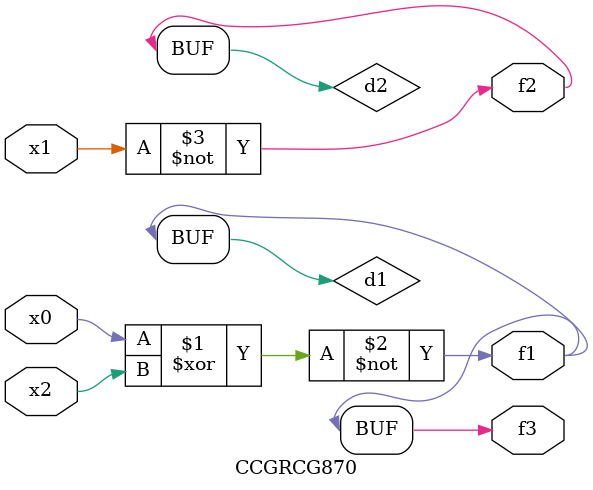
<source format=v>
module CCGRCG870(
	input x0, x1, x2,
	output f1, f2, f3
);

	wire d1, d2, d3;

	xnor (d1, x0, x2);
	nand (d2, x1);
	nor (d3, x1, x2);
	assign f1 = d1;
	assign f2 = d2;
	assign f3 = d1;
endmodule

</source>
